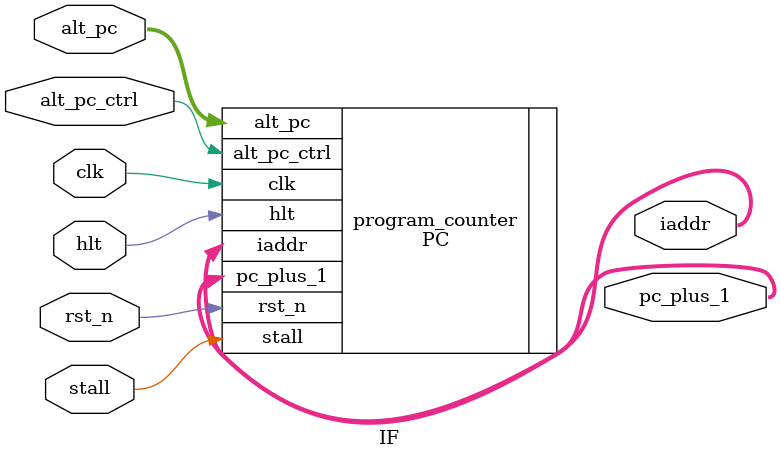
<source format=v>
module IF(iaddr, pc_plus_1, alt_pc, alt_pc_ctrl, clk, rst_n, hlt, stall);

output wire [15:0] iaddr, pc_plus_1;

input wire[15:0] alt_pc;
input wire clk, rst_n, hlt, alt_pc_ctrl, stall;

// Instantiate Program Counter
PC program_counter(
	// Output
	.iaddr(iaddr),
	.pc_plus_1(pc_plus_1),
	// Input
	.alt_pc(alt_pc),
	.alt_pc_ctrl(alt_pc_ctrl),
	.clk(clk), 
	.rst_n(rst_n), 
	.hlt(hlt),
	.stall(stall)
	);

endmodule

</source>
